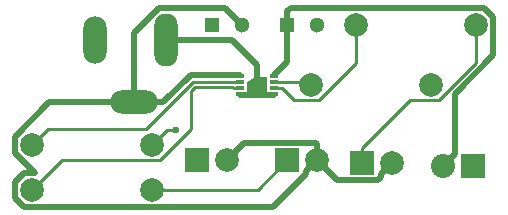
<source format=gbr>
G04 #@! TF.FileFunction,Copper,L1,Top,Signal*
%FSLAX46Y46*%
G04 Gerber Fmt 4.6, Leading zero omitted, Abs format (unit mm)*
G04 Created by KiCad (PCBNEW 4.0.3-stable) date Sun Aug 21 15:47:32 2016*
%MOMM*%
%LPD*%
G01*
G04 APERTURE LIST*
%ADD10C,0.100000*%
%ADD11R,1.300000X1.300000*%
%ADD12C,1.300000*%
%ADD13R,0.750000X0.300000*%
%ADD14R,0.875000X0.725000*%
%ADD15R,2.032000X2.032000*%
%ADD16O,2.032000X2.032000*%
%ADD17C,1.998980*%
%ADD18O,4.000500X1.998980*%
%ADD19O,1.998980X4.000500*%
%ADD20O,1.998980X4.500880*%
%ADD21R,2.000000X2.000000*%
%ADD22C,2.000000*%
%ADD23C,0.600000*%
%ADD24C,0.500000*%
%ADD25C,0.250000*%
G04 APERTURE END LIST*
D10*
D11*
X133350000Y-93980000D03*
D12*
X135850000Y-93980000D03*
D11*
X139700000Y-93980000D03*
D12*
X142200000Y-93980000D03*
D13*
X135710000Y-98310000D03*
X135710000Y-98810000D03*
X135710000Y-99310000D03*
X135710000Y-99810000D03*
X138610000Y-99810000D03*
X138610000Y-99310000D03*
X138610000Y-98810000D03*
X138610000Y-98310000D03*
D14*
X137597500Y-99422500D03*
X137597500Y-98697500D03*
X136722500Y-99422500D03*
D10*
G36*
X137160000Y-99707500D02*
X136285000Y-99207500D01*
X136285000Y-98832500D01*
X137160000Y-98332500D01*
X137160000Y-99707500D01*
X137160000Y-99707500D01*
G37*
D15*
X155448000Y-105918000D03*
D16*
X152908000Y-105918000D03*
D17*
X118110000Y-104140000D03*
X128270000Y-104140000D03*
X118110000Y-107950000D03*
X128270000Y-107950000D03*
X151892000Y-99060000D03*
X141732000Y-99060000D03*
D18*
X126690120Y-100550980D03*
D19*
X123438920Y-95250000D03*
D20*
X129440940Y-95250000D03*
D17*
X145542000Y-93980000D03*
X155702000Y-93980000D03*
D21*
X132080000Y-105410000D03*
D22*
X134620000Y-105410000D03*
D21*
X139700000Y-105410000D03*
D22*
X142240000Y-105410000D03*
D21*
X146050000Y-105664000D03*
D22*
X148590000Y-105664000D03*
D23*
X138175199Y-99956413D03*
X136398000Y-99949760D03*
X137597500Y-99422500D03*
X136722500Y-99020000D03*
X130302000Y-102870000D03*
D24*
X138176000Y-99949760D02*
X138470240Y-99949760D01*
X136398000Y-99949760D02*
X138176000Y-99949760D01*
X137114760Y-99949760D02*
X138175199Y-99956413D01*
X138175199Y-99956413D02*
X138470240Y-99949760D01*
X138176000Y-99949760D02*
X138176000Y-99955612D01*
X138176000Y-99955612D02*
X138175199Y-99956413D01*
X136144000Y-99949760D02*
X136398000Y-99949760D01*
X136722500Y-99020000D02*
X136722500Y-99557500D01*
X136722500Y-99557500D02*
X137114760Y-99949760D01*
X136722500Y-99557500D02*
X136369999Y-99910001D01*
X136369999Y-99910001D02*
X135710000Y-99910001D01*
X138470240Y-99949760D02*
X138509999Y-99910001D01*
X138509999Y-99910001D02*
X138610000Y-99910001D01*
X137922000Y-99910001D02*
X138176000Y-99910001D01*
X138176000Y-99910001D02*
X138509999Y-99910001D01*
X136144000Y-99949760D02*
X138136241Y-99949760D01*
X138136241Y-99949760D02*
X138176000Y-99910001D01*
X129440940Y-95250000D02*
X135012500Y-95250000D01*
X135012500Y-95250000D02*
X137160000Y-97397500D01*
X137160000Y-97397500D02*
X137160000Y-99910001D01*
X137160000Y-99910001D02*
X137922000Y-99910001D01*
X136144000Y-99910001D02*
X135710000Y-99910001D01*
X136445001Y-99910001D02*
X136144000Y-99910001D01*
X136144000Y-99910001D02*
X136144000Y-99949760D01*
X136144000Y-99949760D02*
X136149999Y-99955759D01*
X137160000Y-99910001D02*
X136906000Y-99910001D01*
X136906000Y-99910001D02*
X136445001Y-99910001D01*
X148590000Y-105664000D02*
X147640001Y-106613999D01*
X147640001Y-106613999D02*
X147640001Y-106834001D01*
X143189999Y-106359999D02*
X142240000Y-105410000D01*
X147640001Y-106834001D02*
X147360001Y-107114001D01*
X147360001Y-107114001D02*
X143944001Y-107114001D01*
X143944001Y-107114001D02*
X143189999Y-106359999D01*
X126690120Y-100550980D02*
X126690120Y-94699968D01*
X126690120Y-94699968D02*
X128840538Y-92549550D01*
X134419550Y-92549550D02*
X135200001Y-93330001D01*
X128840538Y-92549550D02*
X134419550Y-92549550D01*
X135200001Y-93330001D02*
X135850000Y-93980000D01*
X142240000Y-105410000D02*
X141290001Y-106359999D01*
X116660509Y-107254243D02*
X117414243Y-106500509D01*
X141290001Y-106359999D02*
X141290001Y-106580001D01*
X141290001Y-106580001D02*
X138470511Y-109399491D01*
X117414243Y-109399491D02*
X116660509Y-108645757D01*
X138470511Y-109399491D02*
X117414243Y-109399491D01*
X116660509Y-108645757D02*
X116660509Y-107254243D01*
X117414243Y-106500509D02*
X118325261Y-106500509D01*
X118325261Y-106500509D02*
X116660509Y-104835757D01*
X116660509Y-103444243D02*
X119553772Y-100550980D01*
X116660509Y-104835757D02*
X116660509Y-103444243D01*
X119553772Y-100550980D02*
X124189870Y-100550980D01*
X124189870Y-100550980D02*
X126690120Y-100550980D01*
X134620000Y-105410000D02*
X136070001Y-103959999D01*
X136070001Y-103959999D02*
X142133501Y-103959999D01*
X142133501Y-103959999D02*
X142240000Y-104066498D01*
X142240000Y-104066498D02*
X142240000Y-105410000D01*
X126690120Y-100550980D02*
X129190370Y-100550980D01*
X129190370Y-100550980D02*
X131531351Y-98209999D01*
X131531351Y-98209999D02*
X134974999Y-98209999D01*
X134974999Y-98209999D02*
X135710000Y-98209999D01*
X152908000Y-105918000D02*
X153923999Y-104902001D01*
X139999491Y-92530509D02*
X139700000Y-92830000D01*
X153923999Y-104902001D02*
X153923999Y-99801435D01*
X153923999Y-99801435D02*
X157151491Y-96573943D01*
X157151491Y-96573943D02*
X157151491Y-93284243D01*
X157151491Y-93284243D02*
X156397757Y-92530509D01*
X156397757Y-92530509D02*
X139999491Y-92530509D01*
X139700000Y-92830000D02*
X139700000Y-93980000D01*
X139700000Y-93980000D02*
X139700000Y-97119999D01*
X139700000Y-97119999D02*
X138610000Y-98209999D01*
D25*
X118110000Y-104140000D02*
X119434491Y-102815509D01*
X119434491Y-102815509D02*
X127739027Y-102815509D01*
X127739027Y-102815509D02*
X131748536Y-98806000D01*
X131748536Y-98806000D02*
X131752536Y-98810000D01*
X131752536Y-98810000D02*
X135710000Y-98810000D01*
X135074999Y-99285001D02*
X135074999Y-99299999D01*
X135074999Y-99299999D02*
X135085000Y-99310000D01*
X135085000Y-99310000D02*
X135710000Y-99310000D01*
X135050008Y-99260010D02*
X135074999Y-99285001D01*
X131930936Y-99260010D02*
X135050008Y-99260010D01*
X131572000Y-99618946D02*
X131930936Y-99260010D01*
X118110000Y-107950000D02*
X120595509Y-105464491D01*
X120595509Y-105464491D02*
X128905757Y-105464491D01*
X128905757Y-105464491D02*
X131572000Y-102798248D01*
X131572000Y-102798248D02*
X131572000Y-99618946D01*
X138610000Y-99310000D02*
X139235000Y-99310000D01*
X145542000Y-95393492D02*
X145542000Y-93980000D01*
X139235000Y-99310000D02*
X140309491Y-100384491D01*
X140309491Y-100384491D02*
X142367757Y-100384491D01*
X142367757Y-100384491D02*
X145542000Y-97210248D01*
X145542000Y-97210248D02*
X145542000Y-95393492D01*
X138610000Y-98810000D02*
X141482000Y-98810000D01*
X141482000Y-98810000D02*
X141732000Y-99060000D01*
X128270000Y-107950000D02*
X137210000Y-107950000D01*
X137210000Y-107950000D02*
X139700000Y-105460000D01*
X139700000Y-105460000D02*
X139700000Y-105410000D01*
X146050000Y-105664000D02*
X146050000Y-104414000D01*
X146050000Y-104414000D02*
X150079509Y-100384491D01*
X150079509Y-100384491D02*
X152527757Y-100384491D01*
X152527757Y-100384491D02*
X155702000Y-97210248D01*
X155702000Y-97210248D02*
X155702000Y-95393492D01*
X155702000Y-95393492D02*
X155702000Y-93980000D01*
X128270000Y-104140000D02*
X129540000Y-102870000D01*
X129540000Y-102870000D02*
X130302000Y-102870000D01*
M02*

</source>
